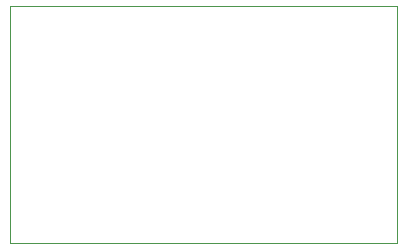
<source format=gbo>
G04 Layer_Color=32896*
%FSAX24Y24*%
%MOIN*%
G70*
G01*
G75*
%ADD18C,0.0020*%
D18*
X035500Y035050D02*
X048400D01*
X035500Y027150D02*
X048400D01*
X035500D02*
Y035050D01*
X048400Y027150D02*
Y035050D01*
M02*

</source>
